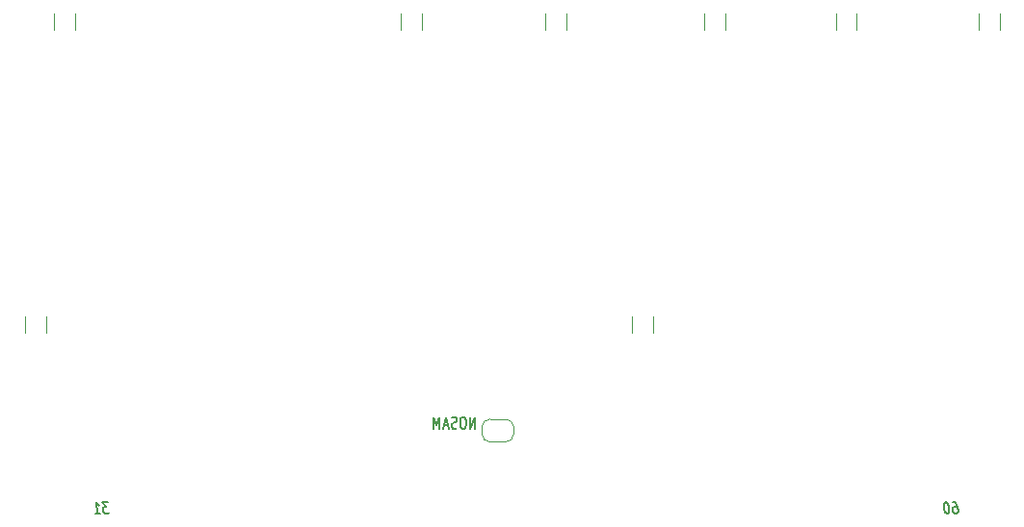
<source format=gbr>
%TF.GenerationSoftware,KiCad,Pcbnew,7.0.10*%
%TF.CreationDate,2024-03-07T11:58:06+00:00*%
%TF.ProjectId,v0a,7630612e-6b69-4636-9164-5f7063625858,rev?*%
%TF.SameCoordinates,Original*%
%TF.FileFunction,Legend,Bot*%
%TF.FilePolarity,Positive*%
%FSLAX46Y46*%
G04 Gerber Fmt 4.6, Leading zero omitted, Abs format (unit mm)*
G04 Created by KiCad (PCBNEW 7.0.10) date 2024-03-07 11:58:06*
%MOMM*%
%LPD*%
G01*
G04 APERTURE LIST*
%ADD10C,0.150000*%
%ADD11C,0.120000*%
G04 APERTURE END LIST*
D10*
X112375476Y-80734819D02*
X112527857Y-80734819D01*
X112527857Y-80734819D02*
X112609999Y-80782438D01*
X112609999Y-80782438D02*
X112654047Y-80830057D01*
X112654047Y-80830057D02*
X112748095Y-80972914D01*
X112748095Y-80972914D02*
X112809999Y-81163390D01*
X112809999Y-81163390D02*
X112857618Y-81544342D01*
X112857618Y-81544342D02*
X112831428Y-81639580D01*
X112831428Y-81639580D02*
X112799285Y-81687200D01*
X112799285Y-81687200D02*
X112729047Y-81734819D01*
X112729047Y-81734819D02*
X112576666Y-81734819D01*
X112576666Y-81734819D02*
X112494523Y-81687200D01*
X112494523Y-81687200D02*
X112450476Y-81639580D01*
X112450476Y-81639580D02*
X112400476Y-81544342D01*
X112400476Y-81544342D02*
X112370714Y-81306247D01*
X112370714Y-81306247D02*
X112396904Y-81211009D01*
X112396904Y-81211009D02*
X112429047Y-81163390D01*
X112429047Y-81163390D02*
X112499285Y-81115771D01*
X112499285Y-81115771D02*
X112651666Y-81115771D01*
X112651666Y-81115771D02*
X112733809Y-81163390D01*
X112733809Y-81163390D02*
X112777857Y-81211009D01*
X112777857Y-81211009D02*
X112827857Y-81306247D01*
X111804047Y-80734819D02*
X111727856Y-80734819D01*
X111727856Y-80734819D02*
X111657618Y-80782438D01*
X111657618Y-80782438D02*
X111625475Y-80830057D01*
X111625475Y-80830057D02*
X111599285Y-80925295D01*
X111599285Y-80925295D02*
X111584999Y-81115771D01*
X111584999Y-81115771D02*
X111614761Y-81353866D01*
X111614761Y-81353866D02*
X111676666Y-81544342D01*
X111676666Y-81544342D02*
X111726666Y-81639580D01*
X111726666Y-81639580D02*
X111770713Y-81687200D01*
X111770713Y-81687200D02*
X111852856Y-81734819D01*
X111852856Y-81734819D02*
X111929047Y-81734819D01*
X111929047Y-81734819D02*
X111999285Y-81687200D01*
X111999285Y-81687200D02*
X112031428Y-81639580D01*
X112031428Y-81639580D02*
X112057618Y-81544342D01*
X112057618Y-81544342D02*
X112071904Y-81353866D01*
X112071904Y-81353866D02*
X112042142Y-81115771D01*
X112042142Y-81115771D02*
X111980237Y-80925295D01*
X111980237Y-80925295D02*
X111930237Y-80830057D01*
X111930237Y-80830057D02*
X111886190Y-80782438D01*
X111886190Y-80782438D02*
X111804047Y-80734819D01*
X38118523Y-80734819D02*
X37623285Y-80734819D01*
X37623285Y-80734819D02*
X37937571Y-81115771D01*
X37937571Y-81115771D02*
X37823285Y-81115771D01*
X37823285Y-81115771D02*
X37753047Y-81163390D01*
X37753047Y-81163390D02*
X37720904Y-81211009D01*
X37720904Y-81211009D02*
X37694714Y-81306247D01*
X37694714Y-81306247D02*
X37724476Y-81544342D01*
X37724476Y-81544342D02*
X37774476Y-81639580D01*
X37774476Y-81639580D02*
X37818523Y-81687200D01*
X37818523Y-81687200D02*
X37900666Y-81734819D01*
X37900666Y-81734819D02*
X38129237Y-81734819D01*
X38129237Y-81734819D02*
X38199476Y-81687200D01*
X38199476Y-81687200D02*
X38231618Y-81639580D01*
X36986380Y-81734819D02*
X37443523Y-81734819D01*
X37214952Y-81734819D02*
X37089952Y-80734819D01*
X37089952Y-80734819D02*
X37183999Y-80877676D01*
X37183999Y-80877676D02*
X37272094Y-80972914D01*
X37272094Y-80972914D02*
X37354237Y-81020533D01*
X70408570Y-74241819D02*
X70408570Y-73241819D01*
X70408570Y-73241819D02*
X69951427Y-74241819D01*
X69951427Y-74241819D02*
X69951427Y-73241819D01*
X69418094Y-73241819D02*
X69265713Y-73241819D01*
X69265713Y-73241819D02*
X69189523Y-73289438D01*
X69189523Y-73289438D02*
X69113332Y-73384676D01*
X69113332Y-73384676D02*
X69075237Y-73575152D01*
X69075237Y-73575152D02*
X69075237Y-73908485D01*
X69075237Y-73908485D02*
X69113332Y-74098961D01*
X69113332Y-74098961D02*
X69189523Y-74194200D01*
X69189523Y-74194200D02*
X69265713Y-74241819D01*
X69265713Y-74241819D02*
X69418094Y-74241819D01*
X69418094Y-74241819D02*
X69494285Y-74194200D01*
X69494285Y-74194200D02*
X69570475Y-74098961D01*
X69570475Y-74098961D02*
X69608571Y-73908485D01*
X69608571Y-73908485D02*
X69608571Y-73575152D01*
X69608571Y-73575152D02*
X69570475Y-73384676D01*
X69570475Y-73384676D02*
X69494285Y-73289438D01*
X69494285Y-73289438D02*
X69418094Y-73241819D01*
X68770476Y-74194200D02*
X68656190Y-74241819D01*
X68656190Y-74241819D02*
X68465714Y-74241819D01*
X68465714Y-74241819D02*
X68389523Y-74194200D01*
X68389523Y-74194200D02*
X68351428Y-74146580D01*
X68351428Y-74146580D02*
X68313333Y-74051342D01*
X68313333Y-74051342D02*
X68313333Y-73956104D01*
X68313333Y-73956104D02*
X68351428Y-73860866D01*
X68351428Y-73860866D02*
X68389523Y-73813247D01*
X68389523Y-73813247D02*
X68465714Y-73765628D01*
X68465714Y-73765628D02*
X68618095Y-73718009D01*
X68618095Y-73718009D02*
X68694285Y-73670390D01*
X68694285Y-73670390D02*
X68732380Y-73622771D01*
X68732380Y-73622771D02*
X68770476Y-73527533D01*
X68770476Y-73527533D02*
X68770476Y-73432295D01*
X68770476Y-73432295D02*
X68732380Y-73337057D01*
X68732380Y-73337057D02*
X68694285Y-73289438D01*
X68694285Y-73289438D02*
X68618095Y-73241819D01*
X68618095Y-73241819D02*
X68427618Y-73241819D01*
X68427618Y-73241819D02*
X68313333Y-73289438D01*
X68008571Y-73956104D02*
X67627618Y-73956104D01*
X68084761Y-74241819D02*
X67818094Y-73241819D01*
X67818094Y-73241819D02*
X67551428Y-74241819D01*
X67284761Y-74241819D02*
X67284761Y-73241819D01*
X67284761Y-73241819D02*
X67018095Y-73956104D01*
X67018095Y-73956104D02*
X66751428Y-73241819D01*
X66751428Y-73241819D02*
X66751428Y-74241819D01*
D11*
%TO.C,C8*%
X33380000Y-39103752D02*
X33380000Y-37681248D01*
X35200000Y-39103752D02*
X35200000Y-37681248D01*
%TO.C,C3*%
X76560000Y-39103752D02*
X76560000Y-37681248D01*
X78380000Y-39103752D02*
X78380000Y-37681248D01*
%TO.C,C16*%
X63860000Y-39103752D02*
X63860000Y-37681248D01*
X65680000Y-39103752D02*
X65680000Y-37681248D01*
%TO.C,C9*%
X114660000Y-39103752D02*
X114660000Y-37681248D01*
X116480000Y-39103752D02*
X116480000Y-37681248D01*
%TO.C,C6*%
X90530000Y-39103752D02*
X90530000Y-37681248D01*
X92350000Y-39103752D02*
X92350000Y-37681248D01*
%TO.C,C5*%
X84180000Y-65773752D02*
X84180000Y-64351248D01*
X86000000Y-65773752D02*
X86000000Y-64351248D01*
%TO.C,C4*%
X30840000Y-65773752D02*
X30840000Y-64351248D01*
X32660000Y-65773752D02*
X32660000Y-64351248D01*
%TO.C,JP1*%
X73790000Y-74722000D02*
X73790000Y-74122000D01*
X73090000Y-73422000D02*
X71690000Y-73422000D01*
X71690000Y-75422000D02*
X73090000Y-75422000D01*
X70990000Y-74122000D02*
X70990000Y-74722000D01*
X73090000Y-75422000D02*
G75*
G03*
X73790000Y-74722000I1J699999D01*
G01*
X73790000Y-74122000D02*
G75*
G03*
X73090000Y-73422000I-699999J1D01*
G01*
X70990000Y-74722000D02*
G75*
G03*
X71690000Y-75422000I700000J0D01*
G01*
X71690000Y-73422000D02*
G75*
G03*
X70990000Y-74122000I0J-700000D01*
G01*
%TO.C,C7*%
X102090000Y-39103752D02*
X102090000Y-37681248D01*
X103910000Y-39103752D02*
X103910000Y-37681248D01*
%TD*%
M02*

</source>
